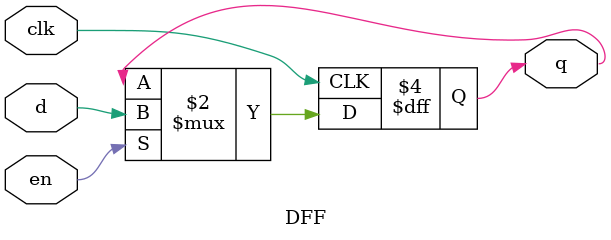
<source format=v>

`timescale 1ns / 1ps
module DFF(
    output reg q,
	 input wire d,en,clk
	 );
	always @(posedge clk) 
		if(en)
			q<=d;
		
endmodule

</source>
